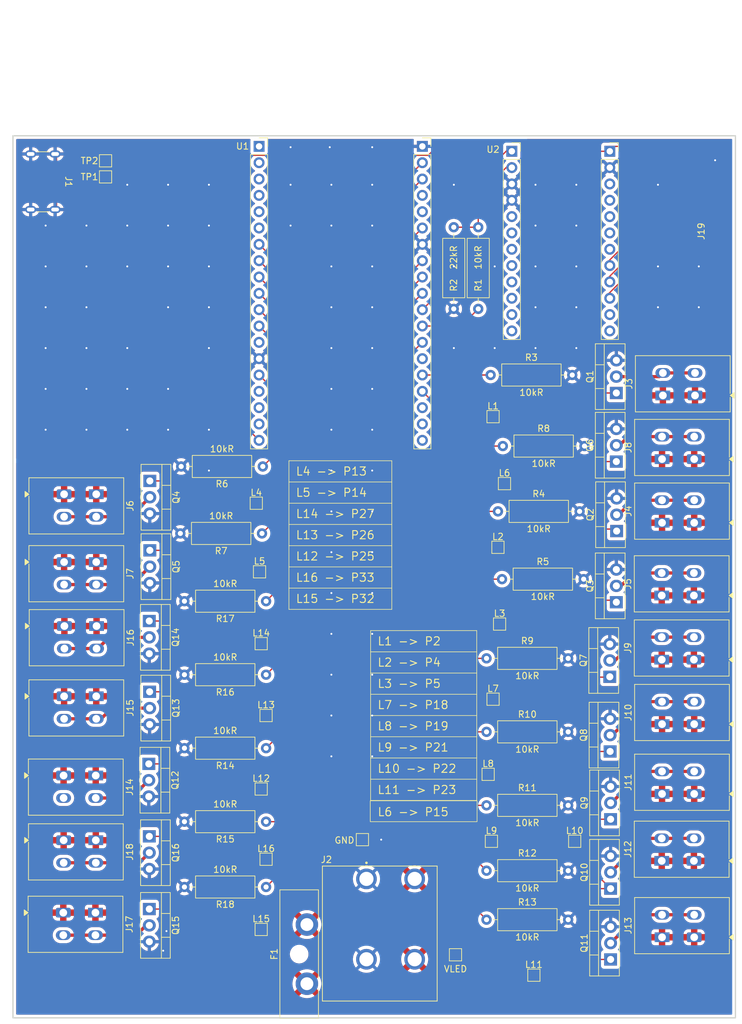
<source format=kicad_pcb>
(kicad_pcb (version 20241229) (generator "pcbnew") (generator_version "9.0")
  (layers (0 "F.Cu" signal) (2 "B.Cu" signal) (13 "F.Paste" user) (15 "B.Paste" user) (5 "F.SilkS" user "F.Silkscreen") (7 "B.SilkS" user "B.Silkscreen") (1 "F.Mask" user) (3 "B.Mask" user) (25 "Edge.Cuts" user))
  (net 0 "")
  (net 1 "GND")
  (net 4 "VCC")
  (net 5 "VLED")
  (net 6 "GLED1")
  (net 7 "GLED2")
  (net 8 "GLED3")
  (net 9 "GLED4")
  (net 10 "GLED5")
  (net 11 "GLED6")
  (net 12 "GLED7")
  (net 13 "GLED8")
  (net 14 "GLED9")
  (net 15 "GLED10")
  (net 16 "GLED11")
  (net 17 "GLED12")
  (net 18 "GLED13")
  (net 19 "GLED14")
  (net 20 "GLED15")
  (net 21 "GLED16")
  (net 22 "Net-(J19-Pin_3)")
  (net 23 "Net-(J19-Pin_4)")
  (net 24 "Net-(J19-Pin_2)")
  (net 25 "LED1")
  (net 26 "LED2")
  (net 27 "LED3")
  (net 28 "LED4")
  (net 29 "LED5")
  (net 30 "LED6")
  (net 31 "LED7")
  (net 32 "LED8")
  (net 33 "LED9")
  (net 34 "LED10")
  (net 35 "LED11")
  (net 36 "LED12")
  (net 37 "LED16")
  (net 38 "LED13")
  (net 39 "LED14")
  (net 40 "LED15")
  (net 41 "Net-(U2-TXO)")
  (net 42 "RXD")
  (net 52 "TXD")
  (net 73 "unconnected-(U1-TXD-Pad35)")
  (net 75 "Net-(J2-Pin_1)")
  (footprint "Package_TO_SOT_THT:TO-220-3_Vertical" (layer "F.Cu") (at 177.673 87.503 90)
    (property "Reference" "Q6")
    (property "Value" "IRLB8721PBF" (hide yes))
  )
  (footprint "TestPoint:TestPoint_Pad_1.5x1.5mm" (layer "F.Cu") (at 171.196 146.558)
    (property "Reference" "L10")
    (property "Value" "TestPoint")
  )
  (footprint "TerminalBlock_WAGO:TerminalBlock_WAGO_2601-1102_1x02_P3.50mm_Horizontal" (layer "F.Cu") (at 189.912 77.216 90)
    (property "Reference" "J3")
    (property "Value" "WAGO")
  )
  (footprint "footprints:ESP32_DevKit_V3.0" (layer "F.Cu") (at 122.1 43.56)
    (property "Reference" "U1")
    (property "Value" "ESP32-DevKit-V3.0")
  )
  (footprint "Package_TO_SOT_THT:TO-220-3_Vertical" (layer "F.Cu") (at 176.784 143.129 90)
    (property "Reference" "Q9")
    (property "Value" "IRLB8721PBF")
  )
  (footprint "TerminalBlock_WAGO:TerminalBlock_WAGO_2601-1102_1x02_P3.50mm_Horizontal" (layer "F.Cu") (at 91.7045 146.399 -90)
    (property "Reference" "J18")
    (property "Value" "WAGO")
  )
  (footprint "Resistor_THT:R_Axial_DIN0309_L9.0mm_D3.2mm_P12.70mm_Horizontal" (layer "F.Cu") (at 159.893 105.791)
    (property "Reference" "R5")
    (property "Value" "10kR")
  )
  (footprint "TestPoint:TestPoint_Pad_1.5x1.5mm" (layer "F.Cu") (at 160.274 90.932)
    (property "Reference" "L6")
    (property "Value" "TestPoint")
  )
  (footprint "footprints:Arduino_Pro_Micro" (layer "F.Cu") (at 161.417 39.243)
    (property "Reference" "U2")
    (property "Value" "Arduino-Pro-Micro")
  )
  (footprint "Resistor_THT:R_Axial_DIN0309_L9.0mm_D3.2mm_P12.70mm_Horizontal" (layer "F.Cu") (at 123.19 132.08 180)
    (property "Reference" "R14")
    (property "Value" "10kR")
  )
  (footprint "TerminalBlock_WAGO:TerminalBlock_WAGO_2601-1102_1x02_P3.50mm_Horizontal" (layer "F.Cu") (at 91.774 124.008 -90)
    (property "Reference" "J15")
    (property "Value" "WAGO")
  )
  (footprint "TestPoint:TestPoint_Pad_1.5x1.5mm" (layer "F.Cu") (at 164.846 167.386)
    (property "Reference" "L11")
    (property "Value" "TestPoint")
  )
  (footprint "TestPoint:TestPoint_Pad_1.5x1.5mm" (layer "F.Cu") (at 122.174 104.648)
    (property "Reference" "L5")
    (property "Value" "TestPoint")
  )
  (footprint "Package_TO_SOT_THT:TO-220-3_Vertical" (layer "F.Cu") (at 105.076 123.308 -90)
    (property "Reference" "Q13")
    (property "Value" "IRLB8721PBF")
  )
  (footprint "TestPoint:TestPoint_Pad_1.5x1.5mm" (layer "F.Cu") (at 159.258 100.838)
    (property "Reference" "L2")
    (property "Value" "TestPoint")
  )
  (footprint "Package_TO_SOT_THT:TO-220-3_Vertical" (layer "F.Cu") (at 105.109 101.308 -90)
    (property "Reference" "Q5")
    (property "Value" "IRLB8721PBF")
  )
  (footprint "TestPoint:TestPoint_Pad_1.5x1.5mm" (layer "F.Cu") (at 98.22 43.226 180)
    (property "Reference" "TP1")
    (property "Value" "TestPoint" (hide yes))
  )
  (footprint "Package_TO_SOT_THT:TO-220-3_Vertical" (layer "F.Cu") (at 177.673 109.376 90)
    (property "Reference" "Q3")
    (property "Value" "IRLB8721PBF")
  )
  (footprint "TerminalBlock_WAGO:TerminalBlock_WAGO_2601-1102_1x02_P3.50mm_Horizontal" (layer "F.Cu") (at 91.774 92.583 -90)
    (property "Reference" "J6")
    (property "Value" "WAGO")
  )
  (footprint "TerminalBlock_WAGO:TerminalBlock_WAGO_2601-1102_1x02_P3.50mm_Horizontal" (layer "F.Cu") (at 189.738 118.308 90)
    (property "Reference" "J9")
    (property "Value" "WAGO")
  )
  (footprint "TestPoint:TestPoint_Pad_1.5x1.5mm" (layer "F.Cu") (at 123.19 149.352)
    (property "Reference" "L16")
    (property "Value" "TestPoint")
  )
  (footprint "Resistor_THT:R_Axial_DIN0309_L9.0mm_D3.2mm_P12.70mm_Horizontal" (layer "F.Cu") (at 122.682 88.265 180)
    (property "Reference" "R6")
    (property "Value" "10kR")
  )
  (footprint "TerminalBlock_WAGO:TerminalBlock_WAGO_2601-1102_1x02_P3.50mm_Horizontal" (layer "F.Cu") (at 91.647 157.663 -90)
    (property "Reference" "J17")
    (property "Value" "WAGO")
  )
  (footprint "TerminalBlock_WAGO:TerminalBlock_WAGO_2601-1102_1x02_P3.50mm_Horizontal" (layer "F.Cu") (at 91.821 113.086 -90)
    (property "Reference" "J16")
    (property "Value" "WAGO")
  )
  (footprint "TestPoint:TestPoint_Pad_1.5x1.5mm" (layer "F.Cu") (at 121.666 93.98)
    (property "Reference" "L4")
    (property "Value" "TestPoint")
  )
  (footprint "Resistor_THT:R_Axial_DIN0309_L9.0mm_D3.2mm_P12.70mm_Horizontal" (layer "F.Cu") (at 157.48 129.54)
    (property "Reference" "R10")
    (property "Value" "10kR")
  )
  (footprint "Resistor_THT:R_Axial_DIN0309_L9.0mm_D3.2mm_P12.70mm_Horizontal" (layer "F.Cu") (at 157.48 140.97)
    (property "Reference" "R11")
    (property "Value" "10kR")
  )
  (footprint "Connector_USB:USB_C_Receptacle_GCT_USB4125-xx-x-0190_6P_TopMnt_Horizontal" (layer "F.Cu") (at 87.376 43.986 -90)
    (property "Reference" "J1")
    (property "Value" "USB_C_Receptacle_PowerOnly_6P")
  )
  (footprint "Package_TO_SOT_THT:TO-220-3_Vertical" (layer "F.Cu") (at 177.673 76.835 90)
    (property "Reference" "Q1")
    (property "Value" "IRLB8721PBF" (hide yes))
  )
  (footprint "TerminalBlock_WAGO:TerminalBlock_WAGO_2601-1102_1x02_P3.50mm_Horizontal" (layer "F.Cu") (at 189.785 139.192 90)
    (property "Reference" "J11")
    (property "Value" "WAGO")
  )
  (footprint "Resistor_THT:R_Axial_DIN0309_L9.0mm_D3.2mm_P12.70mm_Horizontal" (layer "F.Cu") (at 160.02 85.09)
    (property "Reference" "R8")
    (property "Value" "10kR")
  )
  (footprint "TestPoint:TestPoint_Pad_1.5x1.5mm" (layer "F.Cu") (at 158.242 146.558)
    (property "Reference" "L9")
    (property "Value" "TestPoint")
  )
  (footprint "Package_TO_SOT_THT:TO-220-3_Vertical" (layer "F.Cu") (at 105.029 157.099 -90)
    (property "Reference" "Q15")
    (property "Value" "IRLB8721PBF")
  )
  (footprint "Fuse:Fuseholder_Blade_ATO_Littelfuse_Pudenz_2_Pin" (layer "F.Cu") (at 129.54 159.512 -90)
    (property "Reference" "F1")
    (property "Value" "Fuse")
  )
  (footprint "TerminalBlock_WAGO:TerminalBlock_WAGO_2601-1102_1x02_P3.50mm_Horizontal" (layer "F.Cu") (at 189.738 108.331 90)
    (property "Reference" "J5")
    (property "Value" "WAGO")
  )
  (footprint "TestPoint:TestPoint_Pad_1.5x1.5mm" (layer "F.Cu") (at 158.496 124.46)
    (property "Reference" "L7")
    (property "Value" "TestPoint")
  )
  (footprint "TestPoint:TestPoint_Pad_1.5x1.5mm" (layer "F.Cu") (at 122.428 115.824)
    (property "Reference" "L14")
    (property "Value" "TestPoint")
  )
  (footprint "Package_TO_SOT_THT:TO-220-3_Vertical" (layer "F.Cu") (at 105.0185 112.3 -90)
    (property "Reference" "Q14")
    (property "Value" "IRLB8721PBF")
  )
  (footprint "Resistor_THT:R_Axial_DIN0309_L9.0mm_D3.2mm_P12.70mm_Horizontal" (layer "F.Cu") (at 122.555 98.679 180)
    (property "Reference" "R7")
    (property "Value" "10kR")
  )
  (footprint "Resistor_THT:R_Axial_DIN0309_L9.0mm_D3.2mm_P12.70mm_Horizontal" (layer "F.Cu") (at 123.19 143.51 180)
    (property "Reference" "R15")
    (property "Value" "10kR")
  )
  (footprint "Package_TO_SOT_THT:TO-220-3_Vertical" (layer "F.Cu") (at 105.029 145.796 -90)
    (property "Reference" "Q16")
    (property "Value" "IRLB8721PBF")
  )
  (footprint "TestPoint:TestPoint_Pad_1.5x1.5mm" (layer "F.Cu") (at 123.19 127)
    (property "Reference" "L13")
    (property "Value" "TestPoint")
  )
  (footprint "TerminalBlock_WAGO:TerminalBlock_WAGO_2601-1102_1x02_P3.50mm_Horizontal" (layer "F.Cu") (at 91.774 103.133 -90)
    (property "Reference" "J7")
    (property "Value" "WAGO")
  )
  (footprint "Package_TO_SOT_THT:TO-220-3_Vertical" (layer "F.Cu") (at 176.784 153.924 90)
    (property "Reference" "Q10")
    (property "Value" "IRLB8721PBF")
  )
  (footprint "TerminalBlock_WAGO:TerminalBlock_WAGO_2601-1102_1x02_P3.50mm_Horizontal" (layer "F.Cu") (at 189.785 87.122 90)
    (property "Reference" "J8")
    (property "Value" "WAGO")
  )
  (footprint "TestPoint:TestPoint_Pad_1.5x1.5mm" (layer "F.Cu") (at 157.734 136.144)
    (property "Reference" "L8")
    (property "Value" "TestPoint")
  )
  (footprint "TestPoint:TestPoint_Pad_1.5x1.5mm" (layer "F.Cu") (at 159.512 112.776)
    (property "Reference" "L3")
    (property "Value" "TestPoint")
  )
  (footprint "Resistor_THT:R_Axial_DIN0309_L9.0mm_D3.2mm_P12.70mm_Horizontal" (layer "F.Cu") (at 157.48 151.13)
    (property "Reference" "R12")
    (property "Value" "10kR")
  )
  (footprint "footprints:WAGO_2606-1102" (layer "F.Cu") (at 140.879 162.56)
    (property "Reference" "J2")
    (property "Value" "Power WAGO")
  )
  (footprint "Package_TO_SOT_THT:TO-220-3_Vertical" (layer "F.Cu") (at 176.704 132.588 90)
    (property "Reference" "Q8")
    (property "Value" "IRLB8721PBF")
  )
  (footprint "TestPoint:TestPoint_Pad_1.5x1.5mm" (layer "F.Cu") (at 158.496 80.518)
    (property "Reference" "L1")
    (property "Value" "TestPoint")
  )
  (footprint "TerminalBlock_WAGO:TerminalBlock_WAGO_2601-1102_1x02_P3.50mm_Horizontal" (layer "F.Cu") (at 189.738 149.606 90)
    (property "Reference" "J12")
    (property "Value" "WAGO")
  )
  (footprint "TerminalBlock_WAGO:TerminalBlock_WAGO_2601-1102_1x02_P3.50mm_Horizontal" (layer "F.Cu") (at 189.785 97.019 90)
    (property "Reference" "J4")
    (property "Value" "WAGO")
  )
  (footprint "Package_TO_SOT_THT:TO-220-3_Vertical" (layer "F.Cu") (at 176.657 120.975 90)
    (property "Reference" "Q7")
    (property "Value" "IRLB8721PBF")
  )
  (footprint "TestPoint:TestPoint_Pad_1.5x1.5mm" (layer "F.Cu") (at 122.428 138.43)
    (property "Reference" "L12")
    (property "Value" "TestPoint")
  )
  (footprint "TestPoint:TestPoint_Pad_1.5x1.5mm" (layer "F.Cu") (at 122.428 160.274)
    (property "Reference" "L15")
    (property "Value" "TestPoint")
  )
  (footprint "Package_TO_SOT_THT:TO-220-3_Vertical" (layer "F.Cu") (at 104.949 134.522 -90)
    (property "Reference" "Q12")
    (property "Value" "IRLB8721PBF" (hide yes))
  )
  (footprint "footprints:SolderWirePad_1x05_SMD_1x2mm" (layer "F.Cu") (at 193.421 51.054 -90)
    (property "Reference" "J19")
    (property "Value" "Conn_01x05" (hide yes))
  )
  (footprint "Resistor_THT:R_Axial_DIN0309_L9.0mm_D3.2mm_P12.70mm_Horizontal" (layer "F.Cu") (at 157.48 118.11)
    (property "Reference" "R9")
    (property "Value" "10kR")
  )
  (footprint "Package_TO_SOT_THT:TO-220-3_Vertical" (layer "F.Cu") (at 176.784 164.935 90)
    (property "Reference" "Q11")
    (property "Value" "IRLB8721PBF")
  )
  (footprint "Resistor_THT:R_Axial_DIN0309_L9.0mm_D3.2mm_P12.70mm_Horizontal" (layer "F.Cu") (at 157.48 158.75)
    (property "Reference" "R13")
    (property "Value" "10kR")
  )
  (footprint "TerminalBlock_WAGO:TerminalBlock_WAGO_2601-1102_1x02_P3.50mm_Horizontal" (layer "F.Cu") (at 91.694 136.327 -90)
    (property "Reference" "J14")
    (property "Value" "WAGO")
  )
  (footprint "Resistor_THT:R_Axial_DIN0309_L9.0mm_D3.2mm_P12.70mm_Horizontal" (layer "F.Cu") (at 123.19 153.67 180)
    (property "Reference" "R18")
    (property "Value" "10kR")
  )
  (footprint "Resistor_THT:R_Axial_DIN0309_L9.0mm_D3.2mm_P12.70mm_Horizontal" (layer "F.Cu") (at 156.193 63.754 90)
    (property "Reference" "R1")
    (property "Value" "10kR")
  )
  (footprint "TerminalBlock_WAGO:TerminalBlock_WAGO_2601-1102_1x02_P3.50mm_Horizontal" (layer "F.Cu") (at 189.785 128.341 90)
    (property "Reference" "J10")
    (property "Value" "WAGO")
  )
  (footprint "TestPoint:TestPoint_Pad_1.5x1.5mm" (layer "F.Cu") (at 152.654 164.211)
    (property "Reference" "VLED")
    (property "Value" "TestPoint" (hide yes))
  )
  (footprint "Resistor_THT:R_Axial_DIN0309_L9.0mm_D3.2mm_P12.70mm_Horizontal" (layer "F.Cu") (at 152.383 63.754 90)
    (property "Reference" "R2")
    (property "Value" "22kR")
  )
  (footprint "Resistor_THT:R_Axial_DIN0309_L9.0mm_D3.2mm_P12.70mm_Horizontal" (layer "F.Cu") (at 159.258 95.25)
    (property "Reference" "R4")
    (property "Value" "10kR")
  )
  (footprint "Resistor_THT:R_Axial_DIN0309_L9.0mm_D3.2mm_P12.70mm_Horizontal" (layer "F.Cu") (at 158.115 74.041)
    (property "Reference" "R3")
    (property "Value" "10kR")
  )
  (footprint "TerminalBlock_WAGO:TerminalBlock_WAGO_2601-1102_1x02_P3.50mm_Horizontal" (layer "F.Cu") (at 189.785 161.488 90)
    (property "Reference" "J13")
    (property "Value" "WAGO")
  )
  (footprint "Resistor_THT:R_Axial_DIN0309_L9.0mm_D3.2mm_P12.70mm_Horizontal" (layer "F.Cu") (at 123.19 120.65 180)
    (property "Reference" "R16")
    (property "Value" "10kR")
  )
  (footprint "TestPoint:TestPoint_Pad_1.5x1.5mm" (layer "F.Cu") (at 98.22 40.726 180)
    (property "Reference" "TP2")
    (property "Value" "TestPoint" (hide yes))
  )
  (footprint "TestPoint:TestPoint_Pad_1.5x1.5mm" (layer "F.Cu") (at 138.176 146.304)
    (property "Reference" "GND")
    (property "Value" "TestPoint" (hide yes))
  )
  (footprint "Package_TO_SOT_THT:TO-220-3_Vertical" (layer "F.Cu") (at 105.109 90.513 -90)
    (property "Reference" "Q4")
    (property "Value" "IRLB8721PBF")
  )
  (footprint "Resistor_THT:R_Axial_DIN0309_L9.0mm_D3.2mm_P12.70mm_Horizontal" (layer "F.Cu") (at 123.19 109.22 180)
    (property "Reference" "R17")
    (property "Value" "10kR")
  )
  (footprint "Package_TO_SOT_THT:TO-220-3_Vertical" (layer "F.Cu") (at 177.72 98.309 90)
    (property "Reference" "Q2")
    (property "Value" "IRLB8721PBF")
  )
  (gr_rect (start 139.396 140.258) (end 156.0068 143.51) (stroke (width 0.1)) (fill no) (layer "F.SilkS"))
  (gr_rect (start 83.82 36.83) (end 196.2 174.023) (stroke (width 0.2)) (fill no) (layer "Edge.Cuts"))
  (gr_text "L6 -> P15" (at 140.462 142.748 0) (layer "F.SilkS") (effects (font (size 1.27 1.27)) (justify left bottom)))
  (table (column_count 1) (layer "F.SilkS") (border (external yes) (header yes) (stroke (width 0.1))) (separators (rows yes) (cols yes) (stroke (width 0.1))) (column_widths 16.002) (row_heights 3.302 3.302 3.302 3.302 3.302 3.302 3.302) (cells (table_cell "L4 -> P13" (start 126.746 87.376) (end 142.748 90.678) (margins 1.0025 1.0025 1.0025 1.0025) (span 1 1) (layer "F.SilkS") (effects (font (size 1.27 1.27)) (justify left))) (table_cell "L5 -> P14" (start 126.746 90.678) (end 142.748 93.98) (margins 1.0025 1.0025 1.0025 1.0025) (span 1 1) (layer "F.SilkS") (effects (font (size 1.27 1.27)) (justify left))) (table_cell "L14 -> P27" (start 126.746 93.98) (end 142.748 97.282) (margins 1.0025 1.0025 1.0025 1.0025) (span 1 1) (layer "F.SilkS") (effects (font (size 1.27 1.27)) (justify left))) (table_cell "L13 -> P26" (start 126.746 97.282) (end 142.748 100.584) (margins 1.0025 1.0025 1.0025 1.0025) (span 1 1) (layer "F.SilkS") (effects (font (size 1.27 1.27)) (justify left))) (table_cell "L12 -> P25" (start 126.746 100.584) (end 142.748 103.886) (margins 1.0025 1.0025 1.0025 1.0025) (span 1 1) (layer "F.SilkS") (effects (font (size 1.27 1.27)) (justify left))) (table_cell "L16 -> P33" (start 126.746 103.886) (end 142.748 107.188) (margins 1.0025 1.0025 1.0025 1.0025) (span 1 1) (layer "F.SilkS") (effects (font (size 1.27 1.27)) (justify left))) (table_cell "L15 -> P32" (start 126.746 107.188) (end 142.748 110.49) (margins 1.0025 1.0025 1.0025 1.0025) (span 1 1) (layer "F.SilkS") (effects (font (size 1.27 1.27)) (justify left)))))
  (table (column_count 1) (layer "F.SilkS") (border (external yes) (header yes) (stroke (width 0.1))) (separators (rows yes) (cols yes) (stroke (width 0.1))) (column_widths 16.51) (row_heights 3.302 3.302 3.302 3.302 3.302 3.302 3.302 3.302) (cells (table_cell "L1 -> P2" (start 139.446 113.792) (end 155.956 117.094) (margins 1.0025 1.0025 1.0025 1.0025) (span 1 1) (layer "F.SilkS") (effects (font (size 1.27 1.27)) (justify left))) (table_cell "L2 -> P4" (start 139.446 117.094) (end 155.956 120.396) (margins 1.0025 1.0025 1.0025 1.0025) (span 1 1) (layer "F.SilkS") (effects (font (size 1.27 1.27)) (justify left))) (table_cell "L3 -> P5" (start 139.446 120.396) (end 155.956 123.698) (margins 1.0025 1.0025 1.0025 1.0025) (span 1 1) (layer "F.SilkS") (effects (font (size 1.27 1.27)) (justify left))) (table_cell "L7 -> P18" (start 139.446 123.698) (end 155.956 127) (margins 1.0025 1.0025 1.0025 1.0025) (span 1 1) (layer "F.SilkS") (effects (font (size 1.27 1.27)) (justify left))) (table_cell "L8 -> P19" (start 139.446 127) (end 155.956 130.302) (margins 1.0025 1.0025 1.0025 1.0025) (span 1 1) (layer "F.SilkS") (effects (font (size 1.27 1.27)) (justify left))) (table_cell "L9 -> P21" (start 139.446 130.302) (end 155.956 133.604) (margins 1.0025 1.0025 1.0025 1.0025) (span 1 1) (layer "F.SilkS") (effects (font (size 1.27 1.27)) (justify left))) (table_cell "L10 -> P22" (start 139.446 133.604) (end 155.956 136.906) (margins 1.0025 1.0025 1.0025 1.0025) (span 1 1) (layer "F.SilkS") (effects (font (size 1.27 1.27)) (justify left))) (table_cell "L11 -> P23" (start 139.446 136.906) (end 155.956 140.208) (margins 1.0025 1.0025 1.0025 1.0025) (span 1 1) (layer "F.SilkS") (effects (font (size 1.27 1.27)) (justify left)))))
  (segment (start 138.176 146.304) (end 141.097 146.304) (width 0.2) (layer "F.Cu") (net 1))
  (segment (start 193.548 55.626) (end 193.421 55.499) (width 0.2) (layer "F.Cu") (net 1))
  (segment (start 97.71 41.236) (end 98.22 40.726) (width 0.2) (layer "F.Cu") (net 1))
  (via (at 133.35 133.35) (size 0.6) (drill 0.3) (layers "F.Cu" "B.Cu") (net 1))
  (via (at 114.3 50.8) (size 0.6) (drill 0.3) (layers "F.Cu" "B.Cu") (net 1))
  (via (at 165.1 63.5) (size 0.6) (drill 0.3) (layers "F.Cu" "B.Cu") (net 1))
  (via (at 133.35 82.55) (size 0.6) (drill 0.3) (layers "F.Cu" "B.Cu") (net 1))
  (via (at 114.3 88.9) (size 0.6) (drill 0.3) (layers "F.Cu" "B.Cu") (net 1))
  (via (at 139.7 69.85) (size 0.6) (drill 0.3) (layers "F.Cu" "B.Cu") (net 1))
  (via (at 95.25 50.8) (size 0.6) (drill 0.3) (layers "F.Cu" "B.Cu") (net 1))
  (via (at 88.9 63.5) (size 0.6) (drill 0.3) (layers "F.Cu" "B.Cu") (net 1))
  (via (at 139.7 44.45) (size 0.6) (drill 0.3) (layers "F.Cu" "B.Cu") (net 1))
  (via (at 95.25 57.15) (size 0.6) (drill 0.3) (layers "F.Cu" "B.Cu") (net 1))
  (via (at 133.35 120.65) (size 0.6) (drill 0.3) (layers "F.Cu" "B.Cu") (net 1))
  (via (at 139.7 57.15) (size 0.6) (drill 0.3) (layers "F.Cu" "B.Cu") (net 1))
  (via (at 114.3 44.45) (size 0.6) (drill 0.3) (layers "F.Cu" "B.Cu") (net 1))
  (via (at 139.7 38.608) (size 0.6) (drill 0.3) (layers "F.Cu" "B.Cu") (net 1))
  (via (at 139.7 82.55) (size 0.6) (drill 0.3) (layers "F.Cu" "B.Cu") (net 1))
  (via (at 171.45 69.85) (size 0.6) (drill 0.3) (layers "F.Cu" "B.Cu") (net 1))
  (via (at 184.15 44.45) (size 0.6) (drill 0.3) (layers "F.Cu" "B.Cu") (net 1))
  (via (at 101.6 76.2) (size 0.6) (drill 0.3) (layers "F.Cu" "B.Cu") (net 1))
  (via (at 88.9 69.85) (size 0.6) (drill 0.3) (layers "F.Cu" "B.Cu") (net 1))
  (via (at 133.35 50.8) (size 0.6) (drill 0.3) (layers "F.Cu" "B.Cu") (net 1))
  (via (at 101.6 57.15) (size 0.6) (drill 0.3) (layers "F.Cu" "B.Cu") (net 1))
  (via (at 133.35 95.25) (size 0.6) (drill 0.3) (layers "F.Cu" "B.Cu") (net 1))
  (via (at 107.95 82.55) (size 0.6) (drill 0.3) (layers "F.Cu" "B.Cu") (net 1))
  (via (at 152.4 44.45) (size 0.6) (drill 0.3) (layers "F.Cu" "B.Cu") (net 1))
  (via (at 158.75 57.15) (size 0.6) (drill 0.3) (layers "F.Cu" "B.Cu") (net 1))
  (via (at 165.1 44.45) (size 0.6) (drill 0.3) (layers "F.Cu" "B.Cu") (net 1))
  (via (at 114.3 69.85) (size 0.6) (drill 0.3) (layers "F.Cu" "B.Cu") (net 1))
  (via (at 152.4 57.15) (size 0.6) (drill 0.3) (layers "F.Cu" "B.Cu") (net 1))
  (via (at 107.95 63.5) (size 0.6) (drill 0.3) (layers "F.Cu" "B.Cu") (net 1))
  (via (at 184.15 57.15) (size 0.6) (drill 0.3) (layers "F.Cu" "B.Cu") (net 1))
  (via (at 95.25 69.85) (size 0.6) (drill 0.3) (layers "F.Cu" "B.Cu") (net 1))
  (via (at 133.35 63.5) (size 0.6) (drill 0.3) (layers "F.Cu" "B.Cu") (net 1))
  (via (at 171.45 57.15) (size 0.6) (drill 0.3) (layers "F.Cu" "B.Cu") (net 1))
  (via (at 101.6 69.85) (size 0.6) (drill 0.3) (layers "F.Cu" "B.Cu") (net 1))
  (via (at 190.5 57.15) (size 0.6) (drill 0.3) (layers "F.Cu" "B.Cu") (net 1))
  (via (at 95.25 76.2) (size 0.6) (drill 0.3) (layers "F.Cu" "B.Cu") (net 1))
  (via (at 171.45 50.8) (size 0.6) (drill 0.3) (layers "F.Cu" "B.Cu") (net 1))
  (via (at 107.696 160.528) (size 0.6) (drill 0.3) (layers "F.Cu" "B.Cu") (net 1))
  (via (at 133.35 114.3) (size 0.6) (drill 0.3) (layers "F.Cu" "B.Cu") (net 1))
  (via (at 190.5 63.5) (size 0.6) (drill 0.3) (layers "F.Cu" "B.Cu") (net 1))
  (via (at 171.45 44.45) (size 0.6) (drill 0.3) (layers "F.Cu" "B.Cu") (net 1))
  (via (at 107.188 163.576) (size 0.6) (drill 0.3) (layers "F.Cu" "B.Cu") (net 1))
  (via (at 184.15 63.5) (size 0.6) (drill 0.3) (layers "F.Cu" "B.Cu") (net 1))
  (via (at 139.7 114.3) (size 0.6) (drill 0.3) (layers "F.Cu" "B.Cu") (net 1))
  (via (at 88.9 57.15) (size 0.6) (drill 0.3) (layers "F.Cu" "B.Cu") (net 1))
  (via (at 139.7 88.9) (size 0.6) (drill 0.3) (layers "F.Cu" "B.Cu") (net 1))
  (via (at 101.6 44.45) (size 0.6) (drill 0.3) (layers "F.Cu" "B.Cu") (net 1))
  (via (at 101.6 82.55) (size 0.6) (drill 0.3) (layers "F.Cu" "B.Cu") (net 1))
  (via (at 133.096 38.608) (size 0.6) (drill 0.3) (layers "F.Cu" "B.Cu") (net 1))
  (via (at 139.7 76.2) (size 0.6) (drill 0.3) (layers "F.Cu" "B.Cu") (net 1))
  (via (at 139.7 101.6) (size 0.6) (drill 0.3) (layers "F.Cu" "B.Cu") (net 1))
  (via (at 107.95 76.2) (size 0.6) (drill 0.3) (layers "F.Cu" "B.Cu") (net 1))
  (via (at 88.9 76.2) (size 0.6) (drill 0.3) (layers "F.Cu" "B.Cu") (net 1))
  (via (at 95.25 63.5) (size 0.6) (drill 0.3) (layers "F.Cu" "B.Cu") (net 1))
  (via (at 165.1 57.15) (size 0.6) (drill 0.3) (layers "F.Cu" "B.Cu") (net 1))
  (via (at 139.7 95.25) (size 0.6) (drill 0.3) (layers "F.Cu" "B.Cu") (net 1))
  (via (at 133.35 127) (size 0.6) (drill 0.3) (layers "F.Cu" "B.Cu") (net 1))
  (via (at 114.3 57.15) (size 0.6) (drill 0.3) (layers "F.Cu" "B.Cu") (net 1))
  (via (at 139.7 50.8) (size 0.6) (drill 0.3) (layers "F.Cu" "B.Cu") (net 1))
  (via (at 133.35 69.85) (size 0.6) (drill 0.3) (layers "F.Cu" "B.Cu") (net 1))
  (via (at 114.3 82.55) (size 0.6) (drill 0.3) (layers "F.Cu" "B.Cu") (net 1))
  (via (at 133.35 76.2) (size 0.6) (drill 0.3) (layers "F.Cu" "B.Cu") (net 1))
  (via (at 139.7 127) (size 0.6) (drill 0.3) (layers "F.Cu" "B.Cu") (net 1))
  (via (at 133.35 107.95) (size 0.6) (drill 0.3) (layers "F.Cu" "B.Cu") (net 1))
  (via (at 133.35 44.45) (size 0.6) (drill 0.3) (layers "F.Cu" "B.Cu") (net 1))
  (via (at 88.9 82.55) (size 0.6) (drill 0.3) (layers "F.Cu" "B.Cu") (net 1))
  (via (at 139.7 63.5) (size 0.6) (drill 0.3) (layers "F.Cu" "B.Cu") (net 1))
  (via (at 107.95 57.15) (size 0.6) (drill 0.3) (layers "F.Cu" "B.Cu") (net 1))
  (via (at 165.1 69.85) (size 0.6) (drill 0.3) (layers "F.Cu" "B.Cu") (net 1))
  (via (at 158.75 69.85) (size 0.6) (drill 0.3) (layers "F.Cu" "B.Cu") (net 1))
  (via (at 95.25 82.55) (size 0.6) (drill 0.3) (layers "F.Cu" "B.Cu") (net 1))
  (via (at 127 50.8) (size 0.6) (drill 0.3) (layers "F.Cu" "B.Cu") (net 1))
  (via (at 139.7 120.65) (size 0.6) (drill 0.3) (layers "F.Cu" "B.Cu") (net 1))
  (via (at 171.45 63.5) (size 0.6) (drill 0.3) (layers "F.Cu" "B.Cu") (net 1))
  (via (at 101.6 50.8) (size 0.6) (drill 0.3) (layers "F.Cu" "B.Cu") (net 1))
  (via (at 127 38.608) (size 0.6) (drill 0.3) (layers "F.Cu" "B.Cu") (net 1))
  (via (at 141.097 146.304) (size 0.6) (drill 0.3) (layers "F.Cu" "B.Cu") (net 1))
  (via (at 152.4 69.85) (size 0.6) (drill 0.3) (layers "F.Cu" "B.Cu") (net 1))
  (via (at 165.1 50.8) (size 0.6) (drill 0.3) (layers "F.Cu" "B.Cu") (net 1))
  (via (at 107.95 44.45) (size 0.6) (drill 0.3) (layers "F.Cu" "B.Cu") (net 1))
  (via (at 88.9 50.8) (size 0.6) (drill 0.3) (layers "F.Cu" "B.Cu") (net 1))
  (via (at 127 44.45) (size 0.6) (drill 0.3) (layers "F.Cu" "B.Cu") (net 1))
  (via (at 139.7 133.35) (size 0.6) (drill 0.3) (layers "F.Cu" "B.Cu") (net 1))
  (via (at 114.3 63.5) (size 0.6) (drill 0.3) (layers "F.Cu" "B.Cu") (net 1))
  (via (at 107.95 50.8) (size 0.6) (drill 0.3) (layers "F.Cu" "B.Cu") (net 1))
  (via (at 133.35 101.6) (size 0.6) (drill 0.3) (layers "F.Cu" "B.Cu") (net 1))
  (via (at 193.04 40.64) (size 0.6) (drill 0.3) (layers "F.Cu" "B.Cu") (net 1))
  (via (at 133.35 88.9) (size 0.6) (drill 0.3) (layers "F.Cu" "B.Cu") (net 1))
  (via (at 133.35 57.15) (size 0.6) (drill 0.3) (layers "F.Cu" "B.Cu") (net 1))
  (via (at 139.7 107.95) (size 0.6) (drill 0.3) (layers "F.Cu" "B.Cu") (net 1))
  (segment (start 164.592 39.243) (end 163.068 37.719) (width 0.2) (layer "F.Cu") (net 4))
  (segment (start 98.22 60.32) (end 122.1 84.2) (width 0.2) (layer "F.Cu") (net 4))
  (segment (start 90.456 45.506) (end 95.94 45.506) (width 0.2) (layer "F.Cu") (net 4))
  (segment (start 98.22 43.226) (end 98.22 60.32) (width 0.2) (layer "F.Cu") (net 4))
  (segment (start 90.456 42.466) (end 94.79 42.466) (width 0.2) (layer "F.Cu") (net 4))
  (segment (start 184.023 38.481) (end 193.421 47.879) (width 0.2) (layer "F.Cu") (net 4))
  (segment (start 163.068 37.719) (end 150.563 37.719) (width 0.2) (layer "F.Cu") (net 4))
  (segment (start 94.79 42.466) (end 95.55 43.226) (width 0.2) (layer "F.Cu") (net 4))
  (segment (start 95.55 43.226) (end 98.22 43.226) (width 0.2) (layer "F.Cu") (net 4))
  (segment (start 95.94 45.506) (end 98.22 43.226) (width 0.2) (layer "F.Cu") (net 4))
  (segment (start 150.563 37.719) (end 148.413 39.869) (width 0.2) (layer "F.Cu") (net 4))
  (segment (start 148.413 39.869) (end 101.577 39.869) (width 0.2) (layer "F.Cu") (net 4))
  (segment (start 176.53 38.481) (end 184.023 38.481) (width 0.2) (layer "F.Cu") (net 4))
  (segment (start 101.577 39.869) (end 98.22 43.226) (width 0.2) (layer "F.Cu") (net 4))
  (segment (start 176.657 39.243) (end 164.592 39.243) (width 0.2) (layer "F.Cu") (net 4))
  (segment (start 177.673 74.295) (end 184.333 74.295) (width 0.5) (layer "F.Cu") (net 6))
  (segment (start 184.333 74.295) (end 184.912 73.716) (width 0.5) (layer "F.Cu") (net 6))
  (segment (start 184.912 73.716) (end 189.912 73.716) (width 0.5) (layer "F.Cu") (net 6))
  (segment (start 178.043 95.769) (end 180.293 93.519) (width 0.508) (layer "F.Cu") (net 7))
  (segment (start 184.785 93.519) (end 189.785 93.519) (width 0.508) (layer "F.Cu") (net 7))
  (segment (start 177.72 95.769) (end 178.043 95.769) (width 0.508) (layer "F.Cu") (net 7))
  (segment (start 180.293 93.519) (end 184.785 93.519) (width 0.508) (layer "F.Cu") (net 7))
  (segment (start 178.406 106.836) (end 180.411 104.831) (width 0.508) (layer "F.Cu") (net 8))
  (segment (start 177.673 106.836) (end 178.406 106.836) (width 0.508) (layer "F.Cu") (net 8))
  (segment (start 184.738 104.831) (end 189.738 104.831) (width 0.508) (layer "F.Cu") (net 8))
  (segment (start 180.411 104.831) (end 184.738 104.831) (width 0.508) (layer "F.Cu") (net 8))
  (segment (start 91.774 96.083) (end 96.774 96.083) (width 0.508) (layer "F.Cu") (net 9))
  (segment (start 96.774 96.083) (end 102.079 96.083) (width 0.508) (layer "F.Cu") (net 9))
  (segment (start 102.079 96.083) (end 105.109 93.053) (width 0.508) (layer "F.Cu") (net 9))
  (segment (start 102.324 106.633) (end 105.109 103.848) (width 0.508) (layer "F.Cu") (net 10))
  (segment (start 91.774 106.633) (end 96.774 106.633) (width 0.508) (layer "F.Cu") (net 10))
  (segment (start 96.774 106.633) (end 102.324 106.633) (width 0.508) (layer "F.Cu") (net 10))
  (segment (start 177.673 84.963) (end 178.181 84.963) (width 0.508) (layer "F.Cu") (net 11))
  (segment (start 178.181 84.963) (end 179.522 83.622) (width 0.508) (layer "F.Cu") (net 11))
  (segment (start 179.522 83.622) (end 184.785 83.622) (width 0.508) (layer "F.Cu") (net 11))
  (segment (start 184.785 83.622) (end 189.785 83.622) (width 0.508) (layer "F.Cu") (net 11))
  (segment (start 181.102 114.808) (end 184.738 114.808) (width 0.508) (layer "F.Cu") (net 12))
  (segment (start 176.657 118.435) (end 177.475 118.435) (width 0.508) (layer "F.Cu") (net 12))
  (segment (start 177.475 118.435) (end 181.102 114.808) (width 0.508) (layer "F.Cu") (net 12))
  (segment (start 184.738 114.808) (end 189.738 114.808) (width 0.508) (layer "F.Cu") (net 12))
  (segment (start 176.704 130.048) (end 177.038 130.048) (width 0.508) (layer "F.Cu") (net 13))
  (segment (start 182.245 124.841) (end 184.785 124.841) (width 0.508) (layer "F.Cu") (net 13))
  (segment (start 177.038 130.048) (end 182.245 124.841) (width 0.508) (layer "F.Cu") (net 13))
  (segment (start 184.785 124.841) (end 189.785 124.841) (width 0.508) (layer "F.Cu") (net 13))
  (segment (start 181.808 135.692) (end 184.785 135.692) (width 0.508) (layer "F.Cu") (net 14))
  (segment (start 184.785 135.692) (end 189.785 135.692) (width 0.508) (layer "F.Cu") (net 14))
  (segment (start 176.784 140.589) (end 176.911 140.589) (width 0.508) (layer "F.Cu") (net 14))
  (segment (start 176.911 140.589) (end 181.808 135.692) (width 0.508) (layer "F.Cu") (net 14))
  (segment (start 182.062 146.106) (end 184.738 146.106) (width 0.508) (layer "F.Cu") (net 15))
  (segment (start 176.784 151.384) (end 182.062 146.106) (width 0.508) (layer "F.Cu") (net 15))
  (segment (start 184.738 146.106) (end 189.738 146.106) (width 0.508) (layer "F.Cu") (net 15))
  (segment (start 176.784 162.395) (end 181.191 157.988) (width 0.508) (layer "F.Cu") (net 16))
  (segment (start 181.191 157.988) (end 184.785 157.988) (width 0.508) (layer "F.Cu") (net 16))
  (segment (start 184.785 157.988) (end 189.785 157.988) (width 0.508) (layer "F.Cu") (net 16))
  (segment (start 96.694 139.827) (end 102.184 139.827) (width 0.508) (layer "F.Cu") (net 17))
  (segment (start 102.184 139.827) (end 104.949 137.062) (width 0.508) (layer "F.Cu") (net 17))
  (segment (start 91.774 127.508) (end 96.774 127.508) (width 0.508) (layer "F.Cu") (net 18))
  (segment (start 96.774 127.508) (end 97.536 127.508) (width 0.508) (layer "F.Cu") (net 18))
  (segment (start 97.536 127.508) (end 99.196 125.848) (width 0.508) (layer "F.Cu") (net 18))
  (segment (start 99.196 125.848) (end 105.076 125.848) (width 0.508) (layer "F.Cu") (net 18))
  (segment (start 98.774 114.84) (end 105.0185 114.84) (width 0.508) (layer "F.Cu") (net 19))
  (segment (start 91.821 116.586) (end 96.821 116.586) (width 0.508) (layer "F.Cu") (net 19))
  (segment (start 97.028 116.586) (end 98.774 114.84) (width 0.508) (layer "F.Cu") (net 19))
  (segment (start 96.821 116.586) (end 97.028 116.586) (width 0.508) (layer "F.Cu") (net 19))
  (segment (start 104.521 159.639) (end 102.997 161.163) (width 0.508) (layer "F.Cu") (net 20))
  (segment (start 102.997 161.163) (end 96.647 161.163) (width 0.508) (layer "F.Cu") (net 20))
  (segment (start 105.029 159.639) (end 104.521 159.639) (width 0.508) (layer "F.Cu") (net 20))
  (segment (start 91.647 161.163) (end 96.647 161.163) (width 0.508) (layer "F.Cu") (net 20))
  (segment (start 96.7045 149.899) (end 103.466 149.899) (width 0.508) (layer "F.Cu") (net 21))
  (segment (start 103.466 149.899) (end 105.029 148.336) (width 0.508) (layer "F.Cu") (net 21))
  (segment (start 91.7045 149.899) (end 96.7045 149.899) (width 0.508) (layer "F.Cu") (net 21))
  (segment (start 176.53 58.801) (end 183.642 51.689) (width 0.2) (layer "F.Cu") (net 22))
  (segment (start 183.642 51.689) (end 193.421 51.689) (width 0.2) (layer "F.Cu") (net 22))
  (segment (start 184.277 53.594) (end 193.421 53.594) (width 0.2) (layer "F.Cu") (net 23))
  (segment (start 176.53 61.341) (end 184.277 53.594) (width 0.2) (layer "F.Cu") (net 23))
  (segment (start 183.007 49.784) (end 193.421 49.784) (width 0.2) (layer "F.Cu") (net 24))
  (segment (start 176.53 56.261) (end 183.007 49.784) (width 0.2) (layer "F.Cu") (net 24))
  (segment (start 153.797 74.04) (end 147.5 74.04) (width 0.2) (layer "F.Cu") (net 25))
  (segment (start 147.755 74.295) (end 147.5 74.04) (width 0.2) (layer "F.Cu") (net 25))
  (segment (start 154.177 74.04) (end 153.797 74.04) (width 0.2) (layer "F.Cu") (net 25))
  (segment (start 158.496 78.359) (end 156.6799 76.5429) (width 0.2) (layer "F.Cu") (net 25))
  (segment (start 157.989 74.04) (end 158.115 73.914) (width 0.2) (layer "F.Cu") (net 25))
  (segment (start 156.972 76.835) (end 156.6799 76.5429) (width 0.2) (layer "F.Cu") (net 25))
  (segment (start 153.797 74.04) (end 157.989 74.04) (width 0.2) (layer "F.Cu") (net 25))
  (segment (start 158.496 80.518) (end 158.496 78.359) (width 0.2) (layer "F.Cu") (net 25))
  (segment (start 177.673 76.835) (end 156.972 76.835) (width 0.2) (layer "F.Cu") (net 25))
  (segment (start 156.6799 76.5429) (end 154.177 74.04) (width 0.2) (layer "F.Cu") (net 25))
  (segment (start 146.043 85.591) (end 146.043 70.417) (width 0.2) (layer "F.Cu") (net 26))
  (segment (start 155.702 95.25) (end 146.043 85.591) (width 0.2) (layer "F.Cu") (net 26))
  (segment (start 159.258 97.999) (end 158.451 97.999) (width 0.2) (layer "F.Cu") (net 26))
  (segment (start 159.258 100.838) (end 159.258 98.806) (width 0.2) (layer "F.Cu") (net 26))
  (segment (start 146.043 70.417) (end 147.5 68.96) (width 0.2) (layer "F.Cu") (net 26))
  (segment (start 159.258 95.25) (end 155.702 95.25) (width 0.2) (layer "F.Cu") (net 26))
  (segment (start 158.1658 97.7138) (end 155.702 95.25) (width 0.2) (layer "F.Cu") (net 26))
  (segment (start 159.258 98.806) (end 158.1658 97.7138) (width 0.2) (layer "F.Cu") (net 26))
  (segment (start 158.451 97.999) (end 158.1658 97.7138) (width 0.2) (layer "F.Cu") (net 26))
  (segment (start 160.401 97.999) (end 159.258 97.999) (width 0.2) (layer "F.Cu") (net 26))
  (segment (start 176.704 97.999) (end 160.401 97.999) (width 0.2) (layer "F.Cu") (net 26))
  (segment (start 159.512 112.776) (end 159.512 110.363) (width 0.2) (layer "F.Cu") (net 27))
  (segment (start 160.02 109.066) (end 158.215 109.066) (width 0.2) (layer "F.Cu") (net 27))
  (segment (start 145.642 96.493) (end 145.642 63.198) (width 0.2) (layer "F.Cu") (net 27))
  (segment (start 154.8765 105.7275) (end 145.642 96.493) (width 0.2) (layer "F.Cu") (net 27))
  (segment (start 159.512 110.363) (end 157.8483 108.6993) (width 0.2) (layer "F.Cu") (net 27))
  (segment (start 159.893 105.791) (end 154.94 105.791) (width 0.2) (layer "F.Cu") (net 27))
  (segment (start 158.215 109.066) (end 157.8483 108.6993) (width 0.2) (layer "F.Cu") (net 27))
  (segment (start 176.657 109.066) (end 160.02 109.066) (width 0.2) (layer "F.Cu") (net 27))
  (segment (start 154.94 105.791) (end 154.8765 105.7275) (width 0.2) (layer "F.Cu") (net 27))
  (segment (start 145.642 63.198) (end 147.5 61.34) (width 0.2) (layer "F.Cu") (net 27))
  (segment (start 157.8483 108.6993) (end 154.8765 105.7275) (width 0.2) (layer "F.Cu") (net 27))
  (segment (start 125.496 84.455) (end 125.496 87.864) (width 0.2) (layer "F.Cu") (net 28))
  (segment (start 122.1 74.04) (end 125.496 77.436) (width 0.2) (layer "F.Cu") (net 28))
  (segment (start 122.682 88.265) (end 125.496 85.451) (width 0.2) (layer "F.Cu") (net 28))
  (segment (start 125.496 87.864) (end 122.9868 90.3732) (width 0.2) (layer "F.Cu") (net 28))
  (segment (start 122.847 90.513) (end 122.428 90.513) (width 0.2) (layer "F.Cu") (net 28))
  (segment (start 125.496 77.436) (end 125.496 84.455) (width 0.2) (layer "F.Cu") (net 28))
  (segment (start 121.666 91.694) (end 122.9868 90.3732) (width 0.2) (layer "F.Cu") (net 28))
  (segment (start 122.428 90.513) (end 105.109 90.513) (width 0.2) (layer "F.Cu") (net 28))
  (segment (start 125.496 85.451) (end 125.496 84.455) (width 0.2) (layer "F.Cu") (net 28))
  (segment (start 121.666 93.98) (end 121.666 91.694) (width 0.2) (layer "F.Cu") (net 28))
  (segment (start 122.9868 90.3732) (end 122.847 90.513) (width 0.2) (layer "F.Cu") (net 28))
  (segment (start 125.897 94.869) (end 125.897 70.217) (width 0.2) (layer "F.Cu") (net 29))
  (segment (start 122.174 101.219) (end 122.8979 100.4951) (width 0.2) (layer "F.Cu") (net 29))
  (segment (start 122.085 101.308) (end 122.8979 100.4951) (width 0.2) (layer "F.Cu") (net 29))
  (segment (start 122.555 98.679) (end 125.897 95.337) (width 0.2) (layer "F.Cu") (net 29))
  (segment (start 125.897 95.337) (end 125.897 94.869) (width 0.2) (layer "F.Cu") (net 29))
  (segment (start 122.174 104.648) (end 122.174 101.219) (width 0.2) (layer "F.Cu") (net 29))
  (segment (start 125.897 70.217) (end 122.1 66.42) (width 0.2) (layer "F.Cu") (net 29))
  (segment (start 125.897 97.496) (end 125.897 94.869) (width 0.2) (layer "F.Cu") (net 29))
  (segment (start 122.8979 100.4951) (end 125.897 97.496) (width 0.2) (layer "F.Cu") (net 29))
  (segment (start 105.109 101.308) (end 122.085 101.308) (width 0.2) (layer "F.Cu") (net 29))
  (segment (start 160.02 85.09) (end 156.21 85.09) (width 0.2) (layer "F.Cu") (net 30))
  (segment (start 156.21 85.09) (end 156.11 85.19) (width 0.2) (layer "F.Cu") (net 30))
  (segment (start 147.5 76.58) (end 156.11 85.19) (width 0.2) (layer "F.Cu") (net 30))
  (segment (start 160.274 90.932) (end 160.274 89.354) (width 0.2) (layer "F.Cu") (net 30))
  (segment (start 160.274 89.354) (end 158.3198 87.3998) (width 0.2) (layer "F.Cu") (net 30))
  (segment (start 156.11 85.19) (end 158.3198 87.3998) (width 0.2) (layer "F.Cu") (net 30))
  (segment (start 158.3198 87.3998) (end 158.423 87.503) (width 0.2) (layer "F.Cu") (net 30))
  (segment (start 158.423 87.503) (end 177.673 87.503) (width 0.2) (layer "F.Cu") (net 30))
  (segment (start 157.48 118.11) (end 152.4 118.11) (width 0.2) (layer "F.Cu") (net 31))
  (segment (start 155.321 121.031) (end 155.1432 120.8532) (width 0.2) (layer "F.Cu") (net 31))
  (segment (start 176.601 121.031) (end 155.321 121.031) (width 0.2) (layer "F.Cu") (net 31))
  (segment (start 176.657 120.975) (end 176.601 121.031) (width 0.2) (layer "F.Cu") (net 31))
  (segment (start 155.1432 120.8532) (end 152.4 118.11) (width 0.2) (layer "F.Cu") (net 31))
  (segment (start 158.496 124.206) (end 155.1432 120.8532) (width 0.2) (layer "F.Cu") (net 31))
  (segment (start 152.4 118.11) (end 145.241 110.951) (width 0.2) (layer "F.Cu") (net 31))
  (segment (start 145.241 61.059) (end 147.5 58.8) (width 0.2) (layer "F.Cu") (net 31))
  (segment (start 158.496 124.46) (end 158.496 124.206) (width 0.2) (layer "F.Cu") (net 31))
  (segment (start 145.241 110.951) (end 145.241 61.059) (width 0.2) (layer "F.Cu") (net 31))
  (segment (start 154.7368 131.8768) (end 151.765 128.905) (width 0.2) (layer "F.Cu") (net 32))
  (segment (start 176.704 132.588) (end 155.448 132.588) (width 0.2) (layer "F.Cu") (net 32))
  (segment (start 151.765 128.905) (end 144.84 121.98) (width 0.2) (layer "F.Cu") (net 32))
  (segment (start 144.84 58.92) (end 147.5 56.26) (width 0.2) (layer "F.Cu") (net 32))
  (segment (start 157.734 134.874) (end 154.7368 131.8768) (width 0.2) (layer "F.Cu") (net 32))
  (segment (start 152.4 129.54) (end 151.765 128.905) (width 0.2) (layer "F.Cu") (net 32))
  (segment (start 144.84 121.98) (end 144.84 58.92) (width 0.2) (layer "F.Cu") (net 32))
  (segment (start 155.448 132.588) (end 154.7368 131.8768) (width 0.2) (layer "F.Cu") (net 32))
  (segment (start 157.734 136.144) (end 157.734 134.874) (width 0.2) (layer "F.Cu") (net 32))
  (segment (start 157.48 129.54) (end 152.4 129.54) (width 0.2) (layer "F.Cu") (net 32))
  (segment (start 176.784 143.129) (end 157.099 143.129) (width 0.2) (layer "F.Cu") (net 33))
  (segment (start 151.765 137.795) (end 144.439 130.469) (width 0.2) (layer "F.Cu") (net 33))
  (segment (start 157.48 140.97) (end 154.94 140.97) (width 0.2) (layer "F.Cu") (net 33))
  (segment (start 144.439 54.241) (end 147.5 51.18) (width 0.2) (layer "F.Cu") (net 33))
  (segment (start 144.439 130.469) (end 144.439 54.241) (width 0.2) (layer "F.Cu") (net 33))
  (segment (start 158.242 144.272) (end 156.3878 142.4178) (width 0.2) (layer "F.Cu") (net 33))
  (segment (start 157.099 143.129) (end 156.3878 142.4178) (width 0.2) (layer "F.Cu") (net 33))
  (segment (start 158.242 146.558) (end 158.242 144.272) (width 0.2) (layer "F.Cu") (net 33))
  (segment (start 156.3878 142.4178) (end 151.765 137.795) (width 0.2) (layer "F.Cu") (net 33))
  (segment (start 154.94 140.97) (end 151.765 137.795) (width 0.2) (layer "F.Cu") (net 33))
  (segment (start 171.196 148.336) (end 176.784 153.924) (width 0.2) (layer "F.Cu") (net 34))
  (segment (start 144.038 134.8349) (end 155.702 146.4989) (width 0.2) (layer "F.Cu") (net 34))
  (segment (start 155.702 149.352) (end 155.702 151.892) (width 0.2) (layer "F.Cu") (net 34))
  (segment (start 144.038 47.022) (end 144.038 134.8349) (width 0.2) (layer "F.Cu") (net 34))
  (segment (start 171.196 146.558) (end 171.196 148.336) (width 0.2) (layer "F.Cu") (net 34))
  (segment (start 157.734 153.924) (end 176.784 153.924) (width 0.2) (layer "F.Cu") (net 34))
  (segment (start 155.702 146.4989) (end 155.702 149.352) (width 0.2) (layer "F.Cu") (net 34))
  (segment (start 147.5 43.56) (end 144.038 47.022) (width 0.2) (layer "F.Cu") (net 34))
  (segment (start 155.702 151.892) (end 157.734 153.924) (width 0.2) (layer "F.Cu") (net 34))
  (segment (start 157.48 151.13) (end 155.702 149.352) (width 0.2) (layer "F.Cu") (net 34))
  (segment (start 154.432 145.796) (end 143.637 135.001) (width 0.2) (layer "F.Cu") (net 35))
  (segment (start 161.125 164.935) (end 161.0106 164.8206) (width 0.2) (layer "F.Cu") (net 35))
  (segment (start 157.48 158.75) (end 154.432 155.702) (width 0.2) (layer "F.Cu") (net 35))
  (segment (start 163.576 167.386) (end 161.0106 164.8206) (width 0.2) (layer "F.Cu") (net 35))
  (segment (start 143.637 135.001) (end 143.637 44.883) (width 0.2) (layer "F.Cu") (net 35))
  (segment (start 143.637 44.883) (end 147.5 41.02) (width 0.2) (layer "F.Cu") (net 35))
  (segment (start 161.0106 164.8206) (end 154.432 158.242) (width 0.2) (layer "F.Cu") (net 35))
  (segment (start 164.846 167.386) (end 163.576 167.386) (width 0.2) (layer "F.Cu") (net 35))
  (segment (start 154.432 158.242) (end 154.432 145.796) (width 0.2) (layer "F.Cu") (net 35))
  (segment (start 176.784 164.935) (end 161.125 164.935) (width 0.2) (layer "F.Cu") (net 35))
  (segment (start 122.428 138.43) (end 122.428 135.382) (width 0.2) (layer "F.Cu") (net 36))
  (segment (start 127.187 130.623) (end 127.187 128.27) (width 0.2) (layer "F.Cu") (net 36))
  (segment (start 122.428 135.382) (end 123.288 134.522) (width 0.2) (layer "F.Cu") (net 36))
  (segment (start 123.19 132.08) (end 127 128.27) (width 0.2) (layer "F.Cu") (net 36))
  (segment (start 127 128.27) (end 127.187 128.27) (width 0.2) (layer "F.Cu") (net 36))
  (segment (start 123.288 134.522) (end 127.187 130.623) (width 0.2) (layer "F.Cu") (net 36))
  (segment (start 127.187 128.27) (end 127.187 63.887) (width 0.2) (layer "F.Cu") (net 36))
  (segment (start 104.949 134.522) (end 123.288 134.522) (width 0.2) (layer "F.Cu") (net 36))
  (segment (start 127.187 63.887) (end 122.1 58.8) (width 0.2) (layer "F.Cu") (net 36))
  (segment (start 127.588 61.748) (end 122.1 56.26) (width 0.2) (layer "F.Cu") (net 37))
  (segment (start 123.444 145.796) (end 123.7742 145.4658) (width 0.2) (layer "F.Cu") (net 37))
  (segment (start 127.588 138.43) (end 127.588 61.748) (width 0.2) (layer "F.Cu") (net 37))
  (segment (start 127.588 141.652) (end 127.588 138.43) (width 0.2) (layer "F.Cu") (net 37))
  (segment (start 123.19 146.05) (end 123.7742 145.4658) (width 0.2) (layer "F.Cu") (net 37))
  (segment (start 127.588 139.112) (end 127.588 138.43) (width 0.2) (layer "F.Cu") (net 37))
  (segment (start 123.7742 145.4658) (end 125.73 143.51) (width 0.2) (layer "F.Cu") (net 37))
  (segment (start 123.19 143.51) (end 125.73 143.51) (width 0.2) (layer "F.Cu") (net 37))
  (segment (start 105.029 145.796) (end 123.444 145.796) (width 0.2) (layer "F.Cu") (net 37))
  (segment (start 125.73 143.51) (end 127.588 141.652) (width 0.2) (layer "F.Cu") (net 37))
  (segment (start 123.19 149.352) (end 123.19 146.05) (width 0.2) (layer "F.Cu") (net 37))
  (segment (start 123.19 120.65) (end 126.786 117.054) (width 0.2) (layer "F.Cu") (net 38))
  (segment (start 123.072 123.308) (end 123.2408 123.1392) (width 0.2) (layer "F.Cu") (net 38))
  (segment (start 126.786 66.026) (end 122.1 61.34) (width 0.2) (layer "F.Cu") (net 38))
  (segment (start 105.076 123.308) (end 123.072 123.308) (width 0.2) (layer "F.Cu") (net 38))
  (segment (start 126.786 119.594) (end 126.786 116.84) (width 0.2) (layer "F.Cu") (net 38))
  (segment (start 123.19 127) (end 123.19 123.19) (width 0.2) (layer "F.Cu") (net 38))
  (segment (start 126.786 116.84) (end 126.786 66.026) (width 0.2) (layer "F.Cu") (net 38))
  (segment (start 123.19 123.19) (end 123.2408 123.1392) (width 0.2) (layer "F.Cu") (net 38))
  (segment (start 123.2408 123.1392) (end 126.786 119.594) (width 0.2) (layer "F.Cu") (net 38))
  (segment (start 126.786 117.054) (end 126.786 116.84) (width 0.2) (layer "F.Cu") (net 38))
  (segment (start 122.428 115.824) (end 122.428 112.522) (width 0.2) (layer "F.Cu") (net 39))
  (segment (start 123.19 109.22) (end 126.385 106.025) (width 0.2) (layer "F.Cu") (net 39))
  (segment (start 126.385 105.41) (end 126.385 68.165) (width 0.2) (layer "F.Cu") (net 39))
  (segment (start 105.0185 112.3) (end 122.65 112.3) (width 0.2) (layer "F.Cu") (net 39))
  (segment (start 126.385 68.165) (end 122.1 63.88) (width 0.2) (layer "F.Cu") (net 39))
  (segment (start 122.65 112.3) (end 122.7836 112.1664) (width 0.2) (layer "F.Cu") (net 39))
  (segment (start 122.7836 112.1664) (end 126.385 108.565) (width 0.2) (layer "F.Cu") (net 39))
  (segment (start 126.385 106.025) (end 126.385 105.41) (width 0.2) (layer "F.Cu") (net 39))
  (segment (start 122.428 112.522) (end 122.7836 112.1664) (width 0.2) (layer "F.Cu") (net 39))
  (segment (start 126.385 108.565) (end 126.385 105.41) (width 0.2) (layer "F.Cu") (net 39))
  (segment (start 105.029 157.099) (end 123.571 157.099) (width 0.2) (layer "F.Cu") (net 40))
  (segment (start 124.0028 156.6672) (end 127.989 152.681) (width 0.2) (layer "F.Cu") (net 40))
  (segment (start 127.989 152.681) (end 127.989 148.59) (width 0.2) (layer "F.Cu") (net 40))
  (segment (start 127.989 148.871) (end 127.989 148.59) (width 0.2) (layer "F.Cu") (net 40))
  (segment (start 122.428 160.274) (end 122.428 158.242) (width 0.2) (layer "F.Cu") (net 40))
  (segment (start 122.428 158.242) (end 124.0028 156.6672) (width 0.2) (layer "F.Cu") (net 40))
  (segment (start 127.989 59.609) (end 122.1 53.72) (width 0.2) (layer "F.Cu") (net 40))
  (segment (start 123.19 153.67) (end 127.989 148.871) (width 0.2) (layer "F.Cu") (net 40))
  (segment (start 123.571 157.099) (end 124.0028 156.6672) (width 0.2) (layer "F.Cu") (net 40))
  (segment (start 127.989 148.59) (end 127.989 59.609) (width 0.2) (layer "F.Cu") (net 40))
  (segment (start 156.193 51.054) (end 152.383 51.054) (width 0.2) (layer "F.Cu") (net 41))
  (segment (start 156.193 51.054) (end 156.193 43.578) (width 0.2) (layer "F.Cu") (net 41))
  (segment (start 156.193 43.578) (end 161.29 38.481) (width 0.2) (layer "F.Cu") (net 41))
  (segment (start 147.5 66.42) (end 153.527 66.42) (width 0.2) (layer "F.Cu") (net 42))
  (segment (start 153.527 66.42) (end 156.193 63.754) (width 0.2) (layer "F.Cu") (net 42))
  (segment (start 159.131 43.18) (end 161.29 41.021) (width 0.2) (layer "F.Cu") (net 52))
  (segment (start 159.131 52.249) (end 159.131 43.18) (width 0.2) (layer "F.Cu") (net 52))
  (segment (start 147.5 63.88) (end 159.131 52.249) (width 0.2) (layer "F.Cu") (net 52))
  (segment (start 147.5 46.1) (end 147.575 46.1) (width 0.2) (layer "F.Cu") (net 73))
  (zone (net 5) (net_name "VLED") (layer "F.Cu") (priority 3) (connect_pads (clearance 0.5)) (min_thickness 0.25) (fill yes (thermal_gap 0.5) (thermal_bridge_width 1))
    (polygon (pts (xy 83.82 87.63) (xy 102.87 87.63) (xy 102.87 165.1) (xy 109.22 165.1) (xy 109.22 157.48) (xy 124.46 157.48) (xy 129.54 152.4) (xy 129.54 139.7) (xy 146.05 139.7) (xy 153.67 147.32) (xy 153.67 158.670625) (xy 162.306 167.64) (xy 180.086 167.64) (xy 180.34 69.85) (xy 195.58 69.85) (xy 195.58 173.736) (xy 83.82 173.736)))
  )
  (zone (net 75) (net_name "Net-(J2-Pin_1)") (layer "F.Cu") (priority 6) (connect_pads (clearance 0.5)) (min_thickness 0.25) (fill yes (thermal_gap 0.5) (thermal_bridge_width 1) (island_removal_mode 1) (island_area_min 10))
    (polygon (pts (xy 125.984 155.956) (xy 125.984 162.56) (xy 140.97 162.56) (xy 140.97 168.148) (xy 150.622 168.148) (xy 150.622 149.098) (xy 140.97 149.098) (xy 140.97 155.956)))
  )
  (zone (net 1) (net_name "GND") (layers "F.Cu" "B.Cu") (connect_pads (clearance 0.5)) (min_thickness 0.25) (fill yes (thermal_gap 0.5) (thermal_bridge_width 0.5))
    (polygon (pts (xy 84.074 37.084) (xy 195.961 37.084) (xy 195.830107 173.736) (xy 84.074 173.736)))
  )
)
</source>
